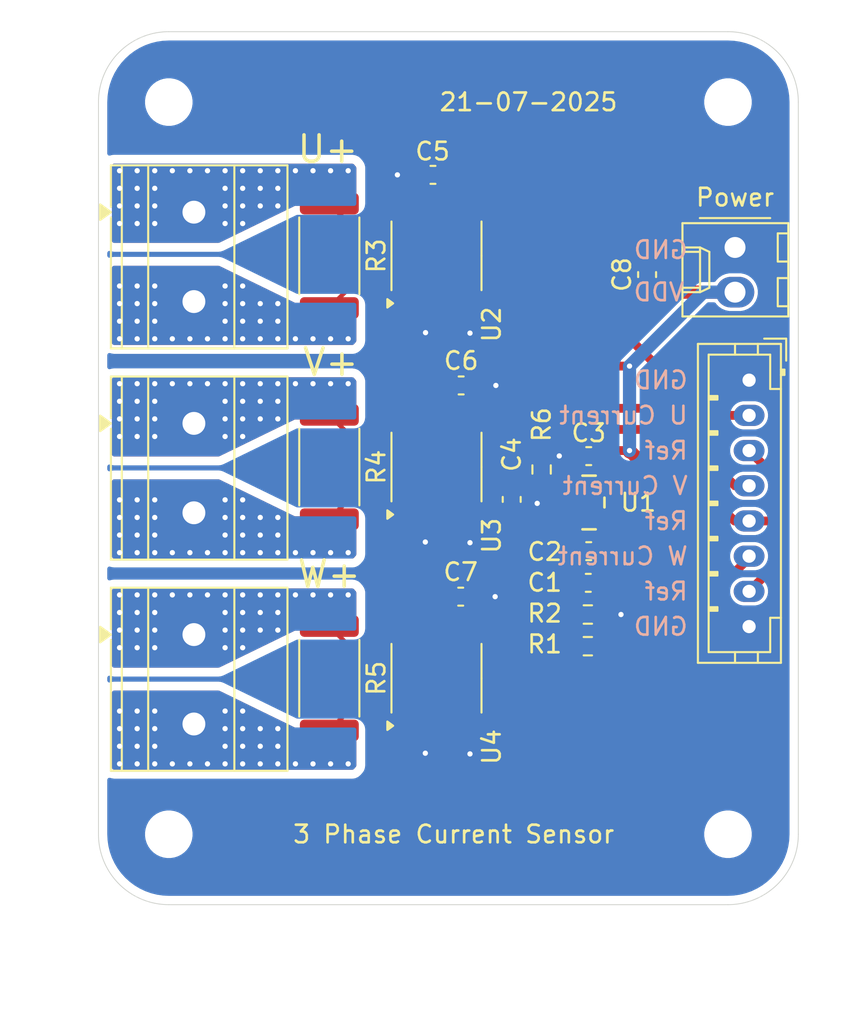
<source format=kicad_pcb>
(kicad_pcb (version 20241229) (generator "pcbnew") (generator_version "9.0")
  (layers (0 "F.Cu" signal) (2 "B.Cu" signal) (13 "F.Paste" user) (15 "B.Paste" user) (5 "F.SilkS" user "F.Silkscreen") (7 "B.SilkS" user "B.Silkscreen") (1 "F.Mask" user) (3 "B.Mask" user) (25 "Edge.Cuts" user))
  (net 0 "")
  (net 1 "GND")
  (net 2 "+3V3")
  (net 3 "OUT_V_+")
  (net 4 "OUT_U_+")
  (net 5 "OUT_W_+")
  (net 6 "/Sensor U/IN_-")
  (net 7 "/Sensor U/IN_+")
  (net 8 "/Sensor V/IN_-")
  (net 9 "/Sensor V/IN_+")
  (net 10 "/Sensor W/IN_-")
  (net 11 "/Sensor W/IN_+")
  (net 12 "Net-(U1-IN+)")
  (net 13 "REF_OUT")
  (net 14 "Net-(U1-IN-)")
  (footprint "Capacitor_SMD:C_0603_1608Metric" (layer "F.Cu") (at 87 52 90)
    (property "Reference" "C8" (at 0 -1.43 90) (layer "F.SilkS"))
    (property "Value" "10uF")
    (pad "1" smd roundrect (at -0.775 0 90) (size 0.9 0.95) (layers "F.Cu" "F.Mask" "F.Paste") (net 2 "+3V3"))
    (pad "2" smd roundrect (at 0.775 0 90) (size 0.9 0.95) (layers "F.Cu" "F.Mask" "F.Paste") (net 1 "GND"))
  )
  (footprint "TerminalBlock_Phoenix:TerminalBlock_Phoenix_MKDS-1,5-2-5.08_1x02_P5.08mm_Horizontal" (layer "F.Cu") (at 61.2275 48.455 -90)
    (property "Reference" "J2" (hide yes))
    (property "Value" "Conn_01x02")
    (pad "1" thru_hole roundrect (at 0 0 270) (size 2.6 2.6) (drill 1.3) (layers "*.Cu" "*.Mask") (roundrect_rratio 0.096154) (net 7 "/Sensor U/IN_+"))
    (pad "2" thru_hole circle (at 5.08 0 270) (size 2.6 2.6) (drill 1.3) (layers "*.Cu" "*.Mask") (net 6 "/Sensor U/IN_-"))
  )
  (footprint "Capacitor_SMD:C_0603_1608Metric" (layer "F.Cu") (at 83.679999 62.315 180)
    (property "Reference" "C3" (at 0 1.315 0) (layer "F.SilkS"))
    (property "Value" "0.1uF")
    (pad "1" smd roundrect (at -0.775 0 180) (size 0.9 0.95) (layers "F.Cu" "F.Mask" "F.Paste") (net 2 "+3V3"))
    (pad "2" smd roundrect (at 0.775 0 180) (size 0.9 0.95) (layers "F.Cu" "F.Mask" "F.Paste") (net 1 "GND"))
  )
  (footprint "MountingHole:MountingHole_2.2mm_M2" (layer "F.Cu") (at 91.6 83.8)
    (property "Reference" "H2" (hide yes))
    (property "Value" "MountingHole")
    (pad "" np_thru_hole circle (at 0 0) (size 2.2 2.2) (drill 2.2) (layers "*.Cu" "*.Mask"))
  )
  (footprint "Package_SO:SOIC-8_3.9x4.9mm_P1.27mm" (layer "F.Cu") (at 75.0225 62.935 90)
    (property "Reference" "U3" (at -3.9 3.1375 90) (layer "F.SilkS"))
    (property "Value" "INA241A2IDR")
    (pad "1" smd roundrect (at -2.475 -1.905 90) (size 1.95 0.6) (layers "F.Cu" "F.Mask" "F.Paste") (net 8 "/Sensor V/IN_-"))
    (pad "2" smd roundrect (at -2.475 -0.635 90) (size 1.95 0.6) (layers "F.Cu" "F.Mask" "F.Paste") (net 1 "GND"))
    (pad "3" smd roundrect (at -2.475 0.635 90) (size 1.95 0.6) (layers "F.Cu" "F.Mask" "F.Paste") (net 13 "REF_OUT"))
    (pad "4" smd roundrect (at -2.475 1.905 90) (size 1.95 0.6) (layers "F.Cu" "F.Mask" "F.Paste") (net 1 "GND"))
    (pad "5" smd roundrect (at 2.475 1.905 90) (size 1.95 0.6) (layers "F.Cu" "F.Mask" "F.Paste") (net 3 "OUT_V_+"))
    (pad "6" smd roundrect (at 2.475 0.635 90) (size 1.95 0.6) (layers "F.Cu" "F.Mask" "F.Paste") (net 2 "+3V3"))
    (pad "7" smd roundrect (at 2.475 -0.635 90) (size 1.95 0.6) (layers "F.Cu" "F.Mask" "F.Paste") (net 13 "REF_OUT"))
    (pad "8" smd roundrect (at 2.475 -1.905 90) (size 1.95 0.6) (layers "F.Cu" "F.Mask" "F.Paste") (net 9 "/Sensor V/IN_+"))
  )
  (footprint "Capacitor_SMD:C_0603_1608Metric" (layer "F.Cu") (at 76.4 70.3)
    (property "Reference" "C7" (at 0 -1.4 0) (layer "F.SilkS"))
    (property "Value" "0.1uF")
    (pad "1" smd roundrect (at -0.775 0) (size 0.9 0.95) (layers "F.Cu" "F.Mask" "F.Paste") (net 2 "+3V3"))
    (pad "2" smd roundrect (at 0.775 0) (size 0.9 0.95) (layers "F.Cu" "F.Mask" "F.Paste") (net 1 "GND"))
  )
  (footprint "Connector_Molex:Molex_KK-254_AE-6410-02A_1x02_P2.54mm_Vertical" (layer "F.Cu") (at 92 50.46 -90)
    (property "Reference" "J5" (hide yes))
    (property "Value" "Power")
    (pad "1" thru_hole roundrect (at 0 0 270) (size 1.74 2.19) (drill 1.19) (layers "*.Cu" "*.Mask") (roundrect_rratio 0.143678) (net 1 "GND"))
    (pad "2" thru_hole oval (at 2.54 0 270) (size 1.74 2.19) (drill 1.19) (layers "*.Cu" "*.Mask") (net 2 "+3V3"))
  )
  (footprint "Package_SO:SOIC-8_3.9x4.9mm_P1.27mm" (layer "F.Cu") (at 75.0225 50.935 90)
    (property "Reference" "U2" (at -3.9 3.1375 90) (layer "F.SilkS"))
    (property "Value" "INA241A2IDR")
    (pad "1" smd roundrect (at -2.475 -1.905 90) (size 1.95 0.6) (layers "F.Cu" "F.Mask" "F.Paste") (net 6 "/Sensor U/IN_-"))
    (pad "2" smd roundrect (at -2.475 -0.635 90) (size 1.95 0.6) (layers "F.Cu" "F.Mask" "F.Paste") (net 1 "GND"))
    (pad "3" smd roundrect (at -2.475 0.635 90) (size 1.95 0.6) (layers "F.Cu" "F.Mask" "F.Paste") (net 13 "REF_OUT"))
    (pad "4" smd roundrect (at -2.475 1.905 90) (size 1.95 0.6) (layers "F.Cu" "F.Mask" "F.Paste") (net 1 "GND"))
    (pad "5" smd roundrect (at 2.475 1.905 90) (size 1.95 0.6) (layers "F.Cu" "F.Mask" "F.Paste") (net 4 "OUT_U_+"))
    (pad "6" smd roundrect (at 2.475 0.635 90) (size 1.95 0.6) (layers "F.Cu" "F.Mask" "F.Paste") (net 2 "+3V3"))
    (pad "7" smd roundrect (at 2.475 -0.635 90) (size 1.95 0.6) (layers "F.Cu" "F.Mask" "F.Paste") (net 13 "REF_OUT"))
    (pad "8" smd roundrect (at 2.475 -1.905 90) (size 1.95 0.6) (layers "F.Cu" "F.Mask" "F.Paste") (net 7 "/Sensor U/IN_+"))
  )
  (footprint "Capacitor_SMD:C_0603_1608Metric" (layer "F.Cu") (at 83.654999 69.515)
    (property "Reference" "C1" (at -1.404999 -0.015 0) (layer "F.SilkS") (effects (justify right)))
    (property "Value" "10uF")
    (pad "1" smd roundrect (at -0.775 0) (size 0.9 0.95) (layers "F.Cu" "F.Mask" "F.Paste") (net 12 "Net-(U1-IN+)"))
    (pad "2" smd roundrect (at 0.775 0) (size 0.9 0.95) (layers "F.Cu" "F.Mask" "F.Paste") (net 1 "GND"))
  )
  (footprint "Capacitor_SMD:C_0603_1608Metric" (layer "F.Cu") (at 83.679999 67.715)
    (property "Reference" "C2" (at -1.429999 0.035 0) (layer "F.SilkS") (effects (justify right)))
    (property "Value" "10nF")
    (pad "1" smd roundrect (at -0.775 0) (size 0.9 0.95) (layers "F.Cu" "F.Mask" "F.Paste") (net 12 "Net-(U1-IN+)"))
    (pad "2" smd roundrect (at 0.775 0) (size 0.9 0.95) (layers "F.Cu" "F.Mask" "F.Paste") (net 1 "GND"))
  )
  (footprint "Connector_JST:JST_PH_B8B-PH-K_1x08_P2.00mm_Vertical" (layer "F.Cu") (at 92.8 58 -90)
    (property "Reference" "J1" (hide yes))
    (property "Value" "Current Sense Out")
    (pad "1" thru_hole roundrect (at 0 0 270) (size 1.2 1.75) (drill 0.75) (layers "*.Cu" "*.Mask") (roundrect_rratio 0.208333) (net 1 "GND"))
    (pad "2" thru_hole oval (at 2 0 270) (size 1.2 1.75) (drill 0.75) (layers "*.Cu" "*.Mask") (net 4 "OUT_U_+"))
    (pad "3" thru_hole oval (at 4 0 270) (size 1.2 1.75) (drill 0.75) (layers "*.Cu" "*.Mask") (net 13 "REF_OUT"))
    (pad "4" thru_hole oval (at 6 0 270) (size 1.2 1.75) (drill 0.75) (layers "*.Cu" "*.Mask") (net 3 "OUT_V_+"))
    (pad "5" thru_hole oval (at 8 0 270) (size 1.2 1.75) (drill 0.75) (layers "*.Cu" "*.Mask") (net 13 "REF_OUT"))
    (pad "6" thru_hole oval (at 10 0 270) (size 1.2 1.75) (drill 0.75) (layers "*.Cu" "*.Mask") (net 5 "OUT_W_+"))
    (pad "7" thru_hole oval (at 12 0 270) (size 1.2 1.75) (drill 0.75) (layers "*.Cu" "*.Mask") (net 13 "REF_OUT"))
    (pad "8" thru_hole oval (at 14 0 270) (size 1.2 1.75) (drill 0.75) (layers "*.Cu" "*.Mask") (net 1 "GND"))
  )
  (footprint "Resistor_SMD:R_2512_6332Metric" (layer "F.Cu") (at 68.9275 62.935 -90)
    (property "Reference" "R4" (at 0 -2.6725 90) (layer "F.SilkS"))
    (property "Value" "5m")
    (pad "1" smd roundrect (at -2.9625 0 270) (size 1.225 3.35) (layers "F.Cu" "F.Mask" "F.Paste") (roundrect_rratio 0.204082) (net 9 "/Sensor V/IN_+"))
    (pad "2" smd roundrect (at 2.9625 0 270) (size 1.225 3.35) (layers "F.Cu" "F.Mask" "F.Paste") (roundrect_rratio 0.204082) (net 8 "/Sensor V/IN_-"))
  )
  (footprint "MountingHole:MountingHole_2.2mm_M2" (layer "F.Cu") (at 59.8 83.8)
    (property "Reference" "H4" (hide yes))
    (property "Value" "MountingHole")
    (pad "" np_thru_hole circle (at 0 0) (size 2.2 2.2) (drill 2.2) (layers "*.Cu" "*.Mask"))
  )
  (footprint "Capacitor_SMD:C_0603_1608Metric" (layer "F.Cu") (at 76.425 58.3)
    (property "Reference" "C6" (at 0 -1.4 0) (layer "F.SilkS"))
    (property "Value" "0.1uF")
    (pad "1" smd roundrect (at -0.775 0) (size 0.9 0.95) (layers "F.Cu" "F.Mask" "F.Paste") (net 2 "+3V3"))
    (pad "2" smd roundrect (at 0.775 0) (size 0.9 0.95) (layers "F.Cu" "F.Mask" "F.Paste") (net 1 "GND"))
  )
  (footprint "Resistor_SMD:R_0603_1608Metric" (layer "F.Cu") (at 81 63.075 -90)
    (property "Reference" "R6" (at -1.475 0 90) (layer "F.SilkS") (effects (justify left)))
    (property "Value" "50")
    (pad "1" smd roundrect (at -0.825 0 270) (size 0.8 0.95) (layers "F.Cu" "F.Mask" "F.Paste") (net 13 "REF_OUT"))
    (pad "2" smd roundrect (at 0.825 0 270) (size 0.8 0.95) (layers "F.Cu" "F.Mask" "F.Paste") (net 14 "Net-(U1-IN-)"))
  )
  (footprint "Resistor_SMD:R_0603_1608Metric" (layer "F.Cu") (at 83.629999 71.315 180)
    (property "Reference" "R2" (at 1.379999 0.065 0) (layer "F.SilkS") (effects (justify right)))
    (property "Value" "10k")
    (pad "1" smd roundrect (at -0.825 0 180) (size 0.8 0.95) (layers "F.Cu" "F.Mask" "F.Paste") (net 1 "GND"))
    (pad "2" smd roundrect (at 0.825 0 180) (size 0.8 0.95) (layers "F.Cu" "F.Mask" "F.Paste") (net 12 "Net-(U1-IN+)"))
  )
  (footprint "TLV9151:DBV0005A-MFG" (layer "F.Cu") (at 83.7 64.950001)
    (property "Reference" "U1" (at 2.8 0 0) (layer "F.SilkS"))
    (property "Value" "LMV796MFX")
    (pad "1" smd rect (at -1.3 -0.950001) (size 1.1 0.599999) (layers "F.Cu" "F.Mask" "F.Paste") (net 14 "Net-(U1-IN-)"))
    (pad "2" smd rect (at -1.3 0) (size 1.1 0.599999) (layers "F.Cu" "F.Mask" "F.Paste") (net 1 "GND"))
    (pad "3" smd rect (at -1.3 0.950001) (size 1.1 0.599999) (layers "F.Cu" "F.Mask" "F.Paste") (net 12 "Net-(U1-IN+)"))
    (pad "4" smd rect (at 1.3 0.950001) (size 1.1 0.599999) (layers "F.Cu" "F.Mask" "F.Paste") (net 14 "Net-(U1-IN-)"))
    (pad "5" smd rect (at 1.3 -0.950001) (size 1.1 0.599999) (layers "F.Cu" "F.Mask" "F.Paste") (net 2 "+3V3"))
  )
  (footprint "TerminalBlock_Phoenix:TerminalBlock_Phoenix_MKDS-1,5-2-5.08_1x02_P5.08mm_Horizontal" (layer "F.Cu") (at 61.2275 60.455 -90)
    (property "Reference" "J3" (hide yes))
    (property "Value" "Conn_01x02")
    (pad "1" thru_hole roundrect (at 0 0 270) (size 2.6 2.6) (drill 1.3) (layers "*.Cu" "*.Mask") (roundrect_rratio 0.096154) (net 9 "/Sensor V/IN_+"))
    (pad "2" thru_hole circle (at 5.08 0 270) (size 2.6 2.6) (drill 1.3) (layers "*.Cu" "*.Mask") (net 8 "/Sensor V/IN_-"))
  )
  (footprint "Resistor_SMD:R_2512_6332Metric" (layer "F.Cu") (at 68.9275 50.935 -90)
    (property "Reference" "R3" (at 0 -2.6725 90) (layer "F.SilkS"))
    (property "Value" "5m")
    (pad "1" smd roundrect (at -2.9625 0 270) (size 1.225 3.35) (layers "F.Cu" "F.Mask" "F.Paste") (roundrect_rratio 0.204082) (net 7 "/Sensor U/IN_+"))
    (pad "2" smd roundrect (at 2.9625 0 270) (size 1.225 3.35) (layers "F.Cu" "F.Mask" "F.Paste") (roundrect_rratio 0.204082) (net 6 "/Sensor U/IN_-"))
  )
  (footprint "MountingHole:MountingHole_2.2mm_M2" (layer "F.Cu") (at 59.8 42.2)
    (property "Reference" "H3" (hide yes))
    (property "Value" "MountingHole")
    (pad "" np_thru_hole circle (at 0 0) (size 2.2 2.2) (drill 2.2) (layers "*.Cu" "*.Mask"))
  )
  (footprint "MountingHole:MountingHole_2.2mm_M2" (layer "F.Cu") (at 91.6 42.2)
    (property "Reference" "H1" (hide yes))
    (property "Value" "MountingHole")
    (pad "" np_thru_hole circle (at 0 0) (size 2.2 2.2) (drill 2.2) (layers "*.Cu" "*.Mask"))
  )
  (footprint "Resistor_SMD:R_2512_6332Metric" (layer "F.Cu") (at 68.9275 74.935 -90)
    (property "Reference" "R5" (at 0 -2.6725 90) (layer "F.SilkS"))
    (property "Value" "5m")
    (pad "1" smd roundrect (at -2.9625 0 270) (size 1.225 3.35) (layers "F.Cu" "F.Mask" "F.Paste") (roundrect_rratio 0.204082) (net 11 "/Sensor W/IN_+"))
    (pad "2" smd roundrect (at 2.9625 0 270) (size 1.225 3.35) (layers "F.Cu" "F.Mask" "F.Paste") (roundrect_rratio 0.204082) (net 10 "/Sensor W/IN_-"))
  )
  (footprint "TerminalBlock_Phoenix:TerminalBlock_Phoenix_MKDS-1,5-2-5.08_1x02_P5.08mm_Horizontal" (layer "F.Cu") (at 61.2275 72.455 -90)
    (property "Reference" "J4" (hide yes))
    (property "Value" "Conn_01x02")
    (pad "1" thru_hole roundrect (at 0 0 270) (size 2.6 2.6) (drill 1.3) (layers "*.Cu" "*.Mask") (roundrect_rratio 0.096154) (net 11 "/Sensor W/IN_+"))
    (pad "2" thru_hole circle (at 5.08 0 270) (size 2.6 2.6) (drill 1.3) (layers "*.Cu" "*.Mask") (net 10 "/Sensor W/IN_-"))
  )
  (footprint "Capacitor_SMD:C_0603_1608Metric" (layer "F.Cu") (at 74.8225 46.335 180)
    (property "Reference" "C5" (at 0.0225 1.335 0) (layer "F.SilkS"))
    (property "Value" "0.1uF")
    (pad "1" smd roundrect (at -0.775 0 180) (size 0.9 0.95) (layers "F.Cu" "F.Mask" "F.Paste") (net 2 "+3V3"))
    (pad "2" smd roundrect (at 0.775 0 180) (size 0.9 0.95) (layers "F.Cu" "F.Mask" "F.Paste") (net 1 "GND"))
  )
  (footprint "Package_SO:SOIC-8_3.9x4.9mm_P1.27mm" (layer "F.Cu") (at 75.0225 74.935 90)
    (property "Reference" "U4" (at -3.9 3.1375 90) (layer "F.SilkS"))
    (property "Value" "INA241A2IDR")
    (pad "1" smd roundrect (at -2.475 -1.905 90) (size 1.95 0.6) (layers "F.Cu" "F.Mask" "F.Paste") (net 10 "/Sensor W/IN_-"))
    (pad "2" smd roundrect (at -2.475 -0.635 90) (size 1.95 0.6) (layers "F.Cu" "F.Mask" "F.Paste") (net 1 "GND"))
    (pad "3" smd roundrect (at -2.475 0.635 90) (size 1.95 0.6) (layers "F.Cu" "F.Mask" "F.Paste") (net 13 "REF_OUT"))
    (pad "4" smd roundrect (at -2.475 1.905 90) (size 1.95 0.6) (layers "F.Cu" "F.Mask" "F.Paste") (net 1 "GND"))
    (pad "5" smd roundrect (at 2.475 1.905 90) (size 1.95 0.6) (layers "F.Cu" "F.Mask" "F.Paste") (net 5 "OUT_W_+"))
    (pad "6" smd roundrect (at 2.475 0.635 90) (size 1.95 0.6) (layers "F.Cu" "F.Mask" "F.Paste") (net 2 "+3V3"))
    (pad "7" smd roundrect (at 2.475 -0.635 90) (size 1.95 0.6) (layers "F.Cu" "F.Mask" "F.Paste") (net 13 "REF_OUT"))
    (pad "8" smd roundrect (at 2.475 -1.905 90) (size 1.95 0.6) (layers "F.Cu" "F.Mask" "F.Paste") (net 11 "/Sensor W/IN_+"))
  )
  (footprint "Capacitor_SMD:C_0603_1608Metric" (layer "F.Cu") (at 79.3 64.775 -90)
    (property "Reference" "C4" (at -1.475 0 90) (layer "F.SilkS") (effects (justify left)))
    (property "Value" "0.1uF")
    (pad "1" smd roundrect (at -0.775 0 270) (size 0.9 0.95) (layers "F.Cu" "F.Mask" "F.Paste") (net 13 "REF_OUT"))
    (pad "2" smd roundrect (at 0.775 0 270) (size 0.9 0.95) (layers "F.Cu" "F.Mask" "F.Paste") (net 1 "GND"))
  )
  (footprint "Resistor_SMD:R_0603_1608Metric" (layer "F.Cu") (at 83.629999 73.115)
    (property "Reference" "R1" (at -1.379999 -0.115 0) (layer "F.SilkS") (effects (justify right)))
    (property "Value" "10k")
    (pad "1" smd roundrect (at -0.825 0) (size 0.8 0.95) (layers "F.Cu" "F.Mask" "F.Paste") (net 12 "Net-(U1-IN+)"))
    (pad "2" smd roundrect (at 0.825 0) (size 0.8 0.95) (layers "F.Cu" "F.Mask" "F.Paste") (net 2 "+3V3"))
  )
  (gr_line (start 91.6 87.8) (end 59.8 87.8) (stroke (width 0.05)) (layer "Edge.Cuts"))
  (gr_line (start 55.8 83.8) (end 55.8 42.2) (stroke (width 0.05)) (layer "Edge.Cuts"))
  (gr_arc (start 55.8 42.2) (mid 56.971573 39.371573) (end 59.8 38.2) (stroke (width 0.05)) (layer "Edge.Cuts"))
  (gr_line (start 95.6 42.2) (end 95.6 83.8) (stroke (width 0.05)) (layer "Edge.Cuts"))
  (gr_arc (start 59.8 87.8) (mid 56.971573 86.628427) (end 55.8 83.8) (stroke (width 0.05)) (layer "Edge.Cuts"))
  (gr_arc (start 95.6 83.8) (mid 94.428427 86.628427) (end 91.6 87.8) (stroke (width 0.05)) (layer "Edge.Cuts"))
  (gr_line (start 59.8 38.2) (end 91.6 38.2) (stroke (width 0.05)) (layer "Edge.Cuts"))
  (gr_arc (start 91.6 38.2) (mid 94.428427 39.371573) (end 95.6 42.2) (stroke (width 0.05)) (layer "Edge.Cuts"))
  (gr_text "21-07-2025" (at 85.4 42.2 0) (layer "F.SilkS") (effects (font (size 1 1)) (justify right)))
  (gr_text "V+" (at 67.3 56.1 0) (layer "F.SilkS") (effects (font (size 1.5 1.5) (thickness 0.2)) (justify left top)))
  (gr_text "U+" (at 67 44 0) (layer "F.SilkS") (effects (font (size 1.5 1.5) (thickness 0.2)) (justify left top)))
  (gr_text "Power" (at 92 48.2 0) (layer "F.SilkS") (effects (font (size 1 1)) (justify bottom)))
  (gr_text "3 Phase Current Sensor" (at 76 83.8 0) (layer "F.SilkS") (effects (font (size 1 1))))
  (gr_text "W+" (at 67 69.9 0) (layer "F.SilkS") (effects (font (size 1.5 1.5) (thickness 0.2)) (justify left bottom)))
  (gr_text "VDD" (at 89.2 53 0) (layer "B.SilkS") (effects (font (size 1 1)) (justify left mirror)))
  (gr_text "Ref" (at 89.4 70 0) (layer "B.SilkS") (effects (font (size 1 1)) (justify left mirror)))
  (gr_text "V Current" (at 89.4 64 0) (layer "B.SilkS") (effects (font (size 1 1)) (justify left mirror)))
  (gr_text "W Current" (at 89.4 68 0) (layer "B.SilkS") (effects (font (size 1 1)) (justify left mirror)))
  (gr_text "Ref" (at 89.4 62 0) (layer "B.SilkS") (effects (font (size 1 1)) (justify left mirror)))
  (gr_text "Ref" (at 89.4 66 0) (layer "B.SilkS") (effects (font (size 1 1)) (justify left mirror)))
  (gr_text "U Current" (at 89.4 60 0) (layer "B.SilkS") (effects (font (size 1 1)) (justify left mirror)))
  (gr_text "GND" (at 89.4 58 0) (layer "B.SilkS") (effects (font (size 1 1)) (justify left mirror)))
  (gr_text "GND" (at 89.4 50.6 0) (layer "B.SilkS") (effects (font (size 1 1)) (justify left mirror)))
  (gr_text "GND" (at 89.4 72 0) (layer "B.SilkS") (effects (font (size 1 1)) (justify left mirror)))
  (segment (start 82.879999 62.34) (end 82.904999 62.315) (width 0.5) (layer "F.Cu") (net 1))
  (segment (start 76.9275 55.3275) (end 76.9275 53.41) (width 0.5) (layer "F.Cu") (net 1))
  (segment (start 84.454999 71.315) (end 84.454999 69.54) (width 0.5) (layer "F.Cu") (net 1))
  (segment (start 92 50.46) (end 87.765 50.46) (width 0.75) (layer "F.Cu") (net 1))
  (segment (start 84.454999 71.315) (end 85.515 71.315) (width 0.5) (layer "F.Cu") (net 1))
  (segment (start 77.2 58.3) (end 78.4 58.3) (width 0.5) (layer "F.Cu") (net 1))
  (segment (start 80.799999 64.950001) (end 80.75 65) (width 0.5) (layer "F.Cu") (net 1))
  (segment (start 84.454999 69.54) (end 84.429999 69.515) (width 0.5) (layer "F.Cu") (net 1))
  (segment (start 79.3 65.55) (end 80.2 65.55) (width 0.5) (layer "F.Cu") (net 1))
  (segment (start 82.4 64.950001) (end 80.799999 64.950001) (width 0.5) (layer "F.Cu") (net 1))
  (segment (start 74.3875 79.195) (end 74.3875 77.41) (width 0.5) (layer "F.Cu") (net 1))
  (segment (start 76.9275 67.235) (end 76.9275 65.41) (width 0.5) (layer "F.Cu") (net 1))
  (segment (start 74.3875 67.195) (end 74.3875 65.41) (width 0.5) (layer "F.Cu") (net 1))
  (segment (start 80.2 65.55) (end 80.75 65) (width 0.5) (layer "F.Cu") (net 1))
  (segment (start 87.765 50.46) (end 87 51.225) (width 0.75) (layer "F.Cu") (net 1))
  (segment (start 74.0475 46.335) (end 72.8 46.335) (width 0.5) (layer "F.Cu") (net 1))
  (segment (start 74.3875 53.41) (end 74.3875 55.2875) (width 0.5) (layer "F.Cu") (net 1))
  (segment (start 84.454999 69.49) (end 84.429999 69.515) (width 0.381) (layer "F.Cu") (net 1))
  (segment (start 76.9275 79.235) (end 76.9275 77.41) (width 0.5) (layer "F.Cu") (net 1))
  (segment (start 82.015 62.315) (end 82.005331 62.305331) (width 0.5) (layer "F.Cu") (net 1))
  (segment (start 74.3875 55.2875) (end 74.4 55.3) (width 0.5) (layer "F.Cu") (net 1))
  (segment (start 84.429999 69.515) (end 84.429999 67.74) (width 0.5) (layer "F.Cu") (net 1))
  (segment (start 82.904999 62.315) (end 82.015 62.315) (width 0.5) (layer "F.Cu") (net 1))
  (segment (start 84.429999 67.74) (end 84.454999 67.715) (width 0.5) (layer "F.Cu") (net 1))
  (segment (start 78.3575 70.3) (end 77.175 70.3) (width 0.5) (layer "F.Cu") (net 1))
  (via (at 76.9275 55.3275) (size 0.6) (drill 0.3) (layers "F.Cu" "B.Cu") (net 1))
  (via (at 85.515 71.315) (size 0.6) (drill 0.3) (layers "F.Cu" "B.Cu") (net 1))
  (via (at 78.4 58.3) (size 0.6) (drill 0.3) (layers "F.Cu" "B.Cu") (net 1))
  (via (at 78.3575 70.3) (size 0.6) (drill 0.3) (layers "F.Cu" "B.Cu") (net 1))
  (via (at 82.005331 62.305331) (size 0.6) (drill 0.3) (layers "F.Cu" "B.Cu") (net 1))
  (via (at 72.8 46.335) (size 0.6) (drill 0.3) (layers "F.Cu" "B.Cu") (net 1))
  (via (at 76.9275 79.235) (size 0.6) (drill 0.3) (layers "F.Cu" "B.Cu") (net 1))
  (via (at 74.4 55.3) (size 0.6) (drill 0.3) (layers "F.Cu" "B.Cu") (net 1))
  (via (at 74.3875 67.195) (size 0.6) (drill 0.3) (layers "F.Cu" "B.Cu") (net 1))
  (via (at 74.3875 79.195) (size 0.6) (drill 0.3) (layers "F.Cu" "B.Cu") (net 1))
  (via (at 76.9275 67.235) (size 0.6) (drill 0.3) (layers "F.Cu" "B.Cu") (net 1))
  (via (at 80.75 65) (size 0.6) (drill 0.3) (layers "F.Cu" "B.Cu") (net 1))
  (segment (start 80.8966 73.4966) (end 80.8966 71.686812) (width 0.5) (layer "F.Cu") (net 2))
  (segment (start 75.625 70.3) (end 75.625 72.4275) (width 0.5) (layer "F.Cu") (net 2))
  (segment (start 86.975 52.775) (end 80.535 46.335) (width 0.5) (layer "F.Cu") (net 2))
  (segment (start 75.5975 72.4) (end 75.6575 72.46) (width 0.5) (layer "F.Cu") (net 2))
  (segment (start 86 57.2) (end 76.75 57.2) (width 0.5) (layer "F.Cu") (net 2))
  (segment (start 75.5975 46.335) (end 75.5975 48.4) (width 0.5) (layer "F.Cu") (net 2))
  (segment (start 87 53) (end 87.225 52.775) (width 0.5) (layer "F.Cu") (net 2))
  (segment (start 75.5975 48.4) (end 75.6575 48.46) (width 0.5) (layer "F.Cu") (net 2))
  (segment (start 85.085 73.115) (end 87 71.2) (width 0.75) (layer "F.Cu") (net 2))
  (segment (start 86 62) (end 84.769999 62) (width 0.5) (layer "F.Cu") (net 2))
  (segment (start 78.509788 69.3) (end 76.625 69.3) (width 0.5) (layer "F.Cu") (net 2))
  (segment (start 75.65 60.4525) (end 75.6575 60.46) (width 0.5) (layer "F.Cu") (net 2))
  (segment (start 75.5975 60.4) (end 75.6575 60.46) (width 0.5) (layer "F.Cu") (net 2))
  (segment (start 84.454999 73.115) (end 82.969999 74.6) (width 0.5) (layer "F.Cu") (net 2))
  (segment (start 84.769999 62) (end 84.454999 62.315) (width 0.5) (layer "F.Cu") (net 2))
  (segment (start 84.454999 62.315) (end 84.454999 63.454999) (width 0.5) (layer "F.Cu") (net 2))
  (segment (start 80.535 46.335) (end 75.5975 46.335) (width 0.5) (layer "F.Cu") (net 2))
  (segment (start 82 74.6) (end 80.8966 73.4966) (width 0.5) (layer "F.Cu") (net 2))
  (segment (start 87 63) (end 86.075 62.075) (width 0.75) (layer "F.Cu") (net 2))
  (segment (start 80.8966 71.686812) (end 78.509788 69.3) (width 0.5) (layer "F.Cu") (net 2))
  (segment (start 87 71.2) (end 87 63) (width 0.75) (layer "F.Cu") (net 2))
  (segment (start 76.625 69.3) (end 75.625 70.3) (width 0.5) (layer "F.Cu") (net 2))
  (segment (start 75.65 58.3) (end 75.65 60.4525) (width 0.5) (layer "F.Cu") (net 2))
  (segment (start 87.225 53) (end 87 52.775) (width 0.75) (layer "F.Cu") (net 2))
  (segment (start 87 52.775) (end 87 53) (width 0.5) (layer "F.Cu") (net 2))
  (segment (start 76.75 57.2) (end 75.65 58.3) (width 0.5) (layer "F.Cu") (net 2))
  (segment (start 86.075 62.075) (end 86 62.075) (width 0.75) (layer "F.Cu") (net 2))
  (segment (start 92 53) (end 87.225 53) (width 0.75) (layer "F.Cu") (net 2))
  (segment (start 87 52.775) (end 86.975 52.775) (width 0.5) (layer "F.Cu") (net 2))
  (segment (start 84.454999 63.454999) (end 85 64) (width 0.5) (layer "F.Cu") (net 2))
  (segment (start 84.454999 73.115) (end 85.085 73.115) (width 0.75) (layer "F.Cu") (net 2))
  (segment (start 82.969999 74.6) (end 82 74.6) (width 0.5) (layer "F.Cu") (net 2))
  (segment (start 75.625 72.4275) (end 75.6575 72.46) (width 0.5) (layer "F.Cu") (net 2))
  (via (at 86 62) (size 0.6) (drill 0.3) (layers "F.Cu" "B.Cu") (net 2))
  (via (at 86 57.2) (size 0.6) (drill 0.3) (layers "F.Cu" "B.Cu") (net 2))
  (segment (start 90.2 53) (end 92 53) (width 0.75) (layer "B.Cu") (net 2))
  (segment (start 86 57.2) (end 90.2 53) (width 0.75) (layer "B.Cu") (net 2))
  (segment (start 86 62) (end 86 57.2) (width 0.75) (layer "B.Cu") (net 2))
  (segment (start 76.9275 60.46) (end 77.7875 59.6) (width 0.5) (layer "F.Cu") (net 3))
  (segment (start 87.6 59.6) (end 92 64) (width 0.5) (layer "F.Cu") (net 3))
  (segment (start 92 64) (end 92.8 64) (width 0.5) (layer "F.Cu") (net 3))
  (segment (start 77.7875 59.6) (end 87.6 59.6) (width 0.5) (layer "F.Cu") (net 3))
  (segment (start 76.9275 48.897074) (end 76.9275 48.46) (width 0.5) (layer "F.Cu") (net 4))
  (segment (start 78.82814 48.46) (end 90.36814 60) (width 0.5) (layer "F.Cu") (net 4))
  (segment (start 90.36814 60) (end 92.8 60) (width 0.5) (layer "F.Cu") (net 4))
  (segment (start 76.9275 48.46) (end 78.82814 48.46) (width 0.5) (layer "F.Cu") (net 4))
  (segment (start 92.8 68.1) (end 92.8 68) (width 0.5) (layer "F.Cu") (net 5))
  (segment (start 84.7 76.2) (end 92.8 68.1) (width 0.5) (layer "F.Cu") (net 5))
  (segment (start 76.9275 72.46) (end 80.6675 76.2) (width 0.5) (layer "F.Cu") (net 5))
  (segment (start 80.6675 76.2) (end 84.7 76.2) (width 0.5) (layer "F.Cu") (net 5))
  (segment (start 72.5075 52.8) (end 73.1175 53.41) (width 0.25) (layer "F.Cu") (net 6))
  (segment (start 68.9275 53.8975) (end 70.025 52.8) (width 0.25) (layer "F.Cu") (net 6))
  (segment (start 70.025 52.8) (end 72.5075 52.8) (width 0.25) (layer "F.Cu") (net 6))
  (via (at 60 55.65) (size 0.6) (drill 0.3) (layers "F.Cu" "B.Cu") (net 6))
  (via (at 57 54.65) (size 0.6) (drill 0.3) (layers "F.Cu" "B.Cu") (net 6))
  (via (at 65 53.65) (size 0.6) (drill 0.3) (layers "F.Cu" "B.Cu") (net 6))
  (via (at 64 53.65) (size 0.6) (drill 0.3) (layers "F.Cu" "B.Cu") (net 6))
  (via (at 59 55.65) (size 0.6) (drill 0.3) (layers "F.Cu" "B.Cu") (net 6))
  (via (at 59 54.65) (size 0.6) (drill 0.3) (layers "F.Cu" "B.Cu") (net 6))
  (via (at 58 53.65) (size 0.6) (drill 0.3) (layers "F.Cu" "B.Cu") (net 6))
  (via (at 66 54.65) (size 0.6) (drill 0.3) (layers "F.Cu" "B.Cu") (net 6))
  (via (at 64 52.65) (size 0.6) (drill 0.3) (layers "F.Cu" "B.Cu") (net 6))
  (via (at 58 54.65) (size 0.6) (drill 0.3) (layers "F.Cu" "B.Cu") (net 6))
  (via (at 63 54.65) (size 0.6) (drill 0.3) (layers "F.Cu" "B.Cu") (net 6))
  (via (at 66 55.65) (size 0.6) (drill 0.3) (layers "F.Cu" "B.Cu") (net 6))
  (via (at 63 52.65) (size 0.6) (drill 0.3) (layers "F.Cu" "B.Cu") (net 6))
  (via (at 69 55.65) (size 0.6) (drill 0.3) (layers "F.Cu" "B.Cu") (net 6))
  (via (at 57 52.65) (size 0.6) (drill 0.3) (layers "F.Cu" "B.Cu") (net 6))
  (via (at 63 55.65) (size 0.6) (drill 0.3) (layers "F.Cu" "B.Cu") (net 6))
  (via (at 57 53.65) (size 0.6) (drill 0.3) (layers "F.Cu" "B.Cu") (net 6))
  (via (at 63 53.65) (size 0.6) (drill 0.3) (layers "F.Cu" "B.Cu") (net 6))
  (via (at 68 55.65) (size 0.6) (drill 0.3) (layers "F.Cu" "B.Cu") (net 6))
  (via (at 65 55.65) (size 0.6) (drill 0.3) (layers "F.Cu" "B.Cu") (net 6))
  (via (at 64 55.65) (size 0.6) (drill 0.3) (layers "F.Cu" "B.Cu") (net 6))
  (via (at 65 54.65) (size 0.6) (drill 0.3) (layers "F.Cu" "B.Cu") (net 6))
  (via (at 59 52.65) (size 0.6) (drill 0.3) (layers "F.Cu" "B.Cu") (net 6))
  (via (at 59 53.65) (size 0.6) (drill 0.3) (layers "F.Cu" "B.Cu") (net 6))
  (via (at 66 53.65) (size 0.6) (drill 0.3) (layers "F.Cu" "B.Cu") (net 6))
  (via (at 58 52.65) (size 0.6) (drill 0.3) (layers "F.Cu" "B.Cu") (net 6))
  (via (at 61 55.65) (size 0.6) (drill 0.3) (layers "F.Cu" "B.Cu") (net 6))
  (via (at 57 55.65) (size 0.6) (drill 0.3) (layers "F.Cu" "B.Cu") (net 6))
  (via (at 62 55.65) (size 0.6) (drill 0.3) (layers "F.Cu" "B.Cu") (net 6))
  (via (at 58 55.65) (size 0.6) (drill 0.3) (layers "F.Cu" "B.Cu") (net 6))
  (via (at 64 54.65) (size 0.6) (drill 0.3) (layers "F.Cu" "B.Cu") (net 6))
  (via (at 70 55.65) (size 0.6) (drill 0.3) (layers "F.Cu" "B.Cu") (net 6))
  (via (at 67 55.65) (size 0.6) (drill 0.3) (layers "F.Cu" "B.Cu") (net 6))
  (segment (start 69.955 49) (end 72.5775 49) (width 0.25) (layer "F.Cu") (net 7))
  (segment (start 72.5775 49) (end 73.1175 48.46) (width 0.25) (layer "F.Cu") (net 7))
  (segment (start 68.9275 47.9725) (end 69.955 49) (width 0.25) (layer "F.Cu") (net 7))
  (via (at 66 47.1) (size 0.6) (drill 0.3) (layers "F.Cu" "B.Cu") (net 7))
  (via (at 66 48.1) (size 0.6) (drill 0.3) (layers "F.Cu" "B.Cu") (net 7))
  (via (at 57 48.1) (size 0.6) (drill 0.3) (layers "F.Cu" "B.Cu") (net 7))
  (via (at 59 47.1) (size 0.6) (drill 0.3) (layers "F.Cu" "B.Cu") (net 7))
  (via (at 63 46.1) (size 0.6) (drill 0.3) (layers "F.Cu" "B.Cu") (net 7))
  (via (at 59 48.1) (size 0.6) (drill 0.3) (layers "F.Cu" "B.Cu") (net 7))
  (via (at 65 46.1) (size 0.6) (drill 0.3) (layers "F.Cu" "B.Cu") (net 7))
  (via (at 59 46.1) (size 0.6) (drill 0.3) (layers "F.Cu" "B.Cu") (net 7))
  (via (at 59 49.1) (size 0.6) (drill 0.3) (layers "F.Cu" "B.Cu") (net 7))
  (via (at 57 46.1) (size 0.6) (drill 0.3) (layers "F.Cu" "B.Cu") (net 7))
  (via (at 64 46.1) (size 0.6) (drill 0.3) (layers "F.Cu" "B.Cu") (net 7))
  (via (at 62 46.1) (size 0.6) (drill 0.3) (layers "F.Cu" "B.Cu") (net 7))
  (via (at 60 46.1) (size 0.6) (drill 0.3) (layers "F.Cu" "B.Cu") (net 7))
  (via (at 66 46.1) (size 0.6) (drill 0.3) (layers "F.Cu" "B.Cu") (net 7))
  (via (at 58 47.1) (size 0.6) (drill 0.3) (layers "F.Cu" "B.Cu") (net 7))
  (via (at 65 48.1) (size 0.6) (drill 0.3) (layers "F.Cu" "B.Cu") (net 7))
  (via (at 58 49.1) (size 0.6) (drill 0.3) (layers "F.Cu" "B.Cu") (net 7))
  (via (at 70 46.1) (size 0.6) (drill 0.3) (layers "F.Cu" "B.Cu") (net 7))
  (via (at 65 47.1) (size 0.6) (drill 0.3) (layers "F.Cu" "B.Cu") (net 7))
  (via (at 57 47.1) (size 0.6) (drill 0.3) (layers "F.Cu" "B.Cu") (net 7))
  (via (at 61 46.1) (size 0.6) (drill 0.3) (layers "F.Cu" "B.Cu") (net 7))
  (via (at 69 46.1) (size 0.6) (drill 0.3) (layers "F.Cu" "B.Cu") (net 7))
  (via (at 68 46.1) (size 0.6) (drill 0.3) (layers "F.Cu" "B.Cu") (net 7))
  (via (at 67 46.1) (size 0.6) (drill 0.3) (layers "F.Cu" "B.Cu") (net 7))
  (via (at 64 49.1) (size 0.6) (drill 0.3) (layers "F.Cu" "B.Cu") (net 7))
  (via (at 64 47.1) (size 0.6) (drill 0.3) (layers "F.Cu" "B.Cu") (net 7))
  (via (at 64 48.1) (size 0.6) (drill 0.3) (layers "F.Cu" "B.Cu") (net 7))
  (via (at 63 47.1) (size 0.6) (drill 0.3) (layers "F.Cu" "B.Cu") (net 7))
  (via (at 57 49.1) (size 0.6) (drill 0.3) (layers "F.Cu" "B.Cu") (net 7))
  (via (at 63 48.1) (size 0.6) (drill 0.3) (layers "F.Cu" "B.Cu") (net 7))
  (via (at 63 49.1) (size 0.6) (drill 0.3) (layers "F.Cu" "B.Cu") (net 7))
  (via (at 58 46.1) (size 0.6) (drill 0.3) (layers "F.Cu" "B.Cu") (net 7))
  (via (at 58 48.1) (size 0.6) (drill 0.3) (layers "F.Cu" "B.Cu") (net 7))
  (segment (start 68.9275 65.8975) (end 70.025 64.8) (width 0.25) (layer "F.Cu") (net 8))
  (segment (start 70.025 64.8) (end 72.5075 64.8) (width 0.25) (layer "F.Cu") (net 8))
  (segment (start 72.5075 64.8) (end 73.1175 65.41) (width 0.25) (layer "F.Cu") (net 8))
  (via (at 58 67.8) (size 0.6) (drill 0.3) (layers "F.Cu" "B.Cu") (net 8))
  (via (at 63 64.8) (size 0.6) (drill 0.3) (layers "F.Cu" "B.Cu") (net 8))
  (via (at 64 65.8) (size 0.6) (drill 0.3) (layers "F.Cu" "B.Cu") (net 8))
  (via (at 61 67.8) (size 0.6) (drill 0.3) (layers "F.Cu" "B.Cu") (net 8))
  (via (at 60 67.8) (size 0.6) (drill 0.3) (layers "F.Cu" "B.Cu") (net 8))
  (via (at 62 67.8) (size 0.6) (drill 0.3) (layers "F.Cu" "B.Cu") (net 8))
  (via (at 58 64.8) (size 0.6) (drill 0.3) (layers "F.Cu" "B.Cu") (net 8))
  (via (at 57 66.8) (size 0.6) (drill 0.3) (layers "F.Cu" "B.Cu") (net 8))
  (via (at 66 66.8) (size 0.6) (drill 0.3) (layers "F.Cu" "B.Cu") (net 8))
  (via (at 64 64.8) (size 0.6) (drill 0.3) (layers "F.Cu" "B.Cu") (net 8))
  (via (at 63 67.8) (size 0.6) (drill 0.3) (layers "F.Cu" "B.Cu") (net 8))
  (via (at 58 65.8) (size 0.6) (drill 0.3) (layers "F.Cu" "B.Cu") (net 8))
  (via (at 59 64.8) (size 0.6) (drill 0.3) (layers "F.Cu" "B.Cu") (net 8))
  (via (at 65 65.8) (size 0.6) (drill 0.3) (layers "F.Cu" "B.Cu") (net 8))
  (via (at 64 66.8) (size 0.6) (drill 0.3) (layers "F.Cu" "B.Cu") (net 8))
  (via (at 70 67.8) (size 0.6) (drill 0.3) (layers "F.Cu" "B.Cu") (net 8))
  (via (at 57 67.8) (size 0.6) (drill 0.3) (layers "F.Cu" "B.Cu") (net 8))
  (via (at 68 67.8) (size 0.6) (drill 0.3) (layers "F.Cu" "B.Cu") (net 8))
  (via (at 66 67.8) (size 0.6) (drill 0.3) (layers "F.Cu" "B.Cu") (net 8))
  (via (at 67 67.8) (size 0.6) (drill 0.3) (layers "F.Cu" "B.Cu") (net 8))
  (via (at 63 65.8) (size 0.6) (drill 0.3) (layers "F.Cu" "B.Cu") (net 8))
  (via (at 65 66.8) (size 0.6) (drill 0.3) (layers "F.Cu" "B.Cu") (net 8))
  (via (at 59 67.8) (size 0.6) (drill 0.3) (layers "F.Cu" "B.Cu") (net 8))
  (via (at 69 67.8) (size 0.6) (drill 0.3) (layers "F.Cu" "B.Cu") (net 8))
  (via (at 66 65.8) (size 0.6) (drill 0.3) (layers "F.Cu" "B.Cu") (net 8))
  (via (at 59 66.8) (size 0.6) (drill 0.3) (layers "F.Cu" "B.Cu") (net 8))
  (via (at 63 66.8) (size 0.6) (drill 0.3) (layers "F.Cu" "B.Cu") (net 8))
  (via (at 64 67.8) (size 0.6) (drill 0.3) (layers "F.Cu" "B.Cu") (net 8))
  (via (at 59 65.8) (size 0.6) (drill 0.3) (layers "F.Cu" "B.Cu") (net 8))
  (via (at 57 65.8) (size 0.6) (drill 0.3) (layers "F.Cu" "B.Cu") (net 8))
  (via (at 57 64.8) (size 0.6) (drill 0.3) (layers "F.Cu" "B.Cu") (net 8))
  (via (at 65 67.8) (size 0.6) (drill 0.3) (layers "F.Cu" "B.Cu") (net 8))
  (via (at 58 66.8) (size 0.6) (drill 0.3) (layers "F.Cu" "B.Cu") (net 8))
  (segment (start 69.955 61) (end 72.5775 61) (width 0.25) (layer "F.Cu") (net 9))
  (segment (start 72.5775 61) (end 73.1175 60.46) (width 0.25) (layer "F.Cu") (net 9))
  (segment (start 68.9275 59.9725) (end 69.955 61) (width 0.25) (layer "F.Cu") (net 9))
  (via (at 59 60.2) (size 0.6) (drill 0.3) (layers "F.Cu" "B.Cu") (net 9))
  (via (at 69 58.2) (size 0.6) (drill 0.3) (layers "F.Cu" "B.Cu") (net 9))
  (via (at 64 58.2) (size 0.6) (drill 0.3) (layers "F.Cu" "B.Cu") (net 9))
  (via (at 64 61.2) (size 0.6) (drill 0.3) (layers "F.Cu" "B.Cu") (net 9))
  (via (at 65 58.2) (size 0.6) (drill 0.3) (layers "F.Cu" "B.Cu") (net 9))
  (via (at 62 58.2) (size 0.6) (drill 0.3) (layers "F.Cu" "B.Cu") (net 9))
  (via (at 66 59.2) (size 0.6) (drill 0.3) (layers "F.Cu" "B.Cu") (net 9))
  (via (at 63 60.2) (size 0.6) (drill 0.3) (layers "F.Cu" "B.Cu") (net 9))
  (via (at 59 59.2) (size 0.6) (drill 0.3) (layers "F.Cu" "B.Cu") (net 9))
  (via (at 64 60.2) (size 0.6) (drill 0.3) (layers "F.Cu" "B.Cu") (net 9))
  (via (at 58 61.2) (size 0.6) (drill 0.3) (layers "F.Cu" "B.Cu") (net 9))
  (via (at 59 58.2) (size 0.6) (drill 0.3) (layers "F.Cu" "B.Cu") (net 9))
  (via (at 57 58.2) (size 0.6) (drill 0.3) (layers "F.Cu" "B.Cu") (net 9))
  (via (at 63 59.2) (size 0.6) (drill 0.3) (layers "F.Cu" "B.Cu") (net 9))
  (via (at 57 61.2) (size 0.6) (drill 0.3) (layers "F.Cu" "B.Cu") (net 9))
  (via (at 66 60.2) (size 0.6) (drill 0.3) (layers "F.Cu" "B.Cu") (net 9))
  (via (at 57 60.2) (size 0.6) (drill 0.3) (layers "F.Cu" "B.Cu") (net 9))
  (via (at 67 58.2) (size 0.6) (drill 0.3) (layers "F.Cu" "B.Cu") (net 9))
  (via (at 63 61.2) (size 0.6) (drill 0.3) (layers "F.Cu" "B.Cu") (net 9))
  (via (at 59 61.2) (size 0.6) (drill 0.3) (layers "F.Cu" "B.Cu") (net 9))
  (via (at 58 59.2) (size 0.6) (drill 0.3) (layers "F.Cu" "B.Cu") (net 9))
  (via (at 70 58.2) (size 0.6) (drill 0.3) (layers "F.Cu" "B.Cu") (net 9))
  (via (at 58 58.2) (size 0.6) (drill 0.3) (layers "F.Cu" "B.Cu") (net 9))
  (via (at 68 58.2) (size 0.6) (drill 0.3) (layers "F.Cu" "B.Cu") (net 9))
  (via (at 63 58.2) (size 0.6) (drill 0.3) (layers "F.Cu" "B.Cu") (net 9))
  (via (at 61 58.2) (size 0.6) (drill 0.3) (layers "F.Cu" "B.Cu") (net 9))
  (via (at 60 58.2) (size 0.6) (drill 0.3) (layers "F.Cu" "B.Cu") (net 9))
  (via (at 65 60.2) (size 0.6) (drill 0.3) (layers "F.Cu" "B.Cu") (net 9))
  (via (at 57 59.2) (size 0.6) (drill 0.3) (layers "F.Cu" "B.Cu") (net 9))
  (via (at 66 58.2) (size 0.6) (drill 0.3) (layers "F.Cu" "B.Cu") (net 9))
  (via (at 58 60.2) (size 0.6) (drill 0.3) (layers "F.Cu" "B.Cu") (net 9))
  (via (at 65 59.2) (size 0.6) (drill 0.3) (layers "F.Cu" "B.Cu") (net 9))
  (via (at 64 59.2) (size 0.6) (drill 0.3) (layers "F.Cu" "B.Cu") (net 9))
  (segment (start 68.9275 77.8975) (end 70.025 76.8) (width 0.25) (layer "F.Cu") (net 10))
  (segment (start 72.5075 76.8) (end 73.1175 77.41) (width 0.25) (layer "F.Cu") (net 10))
  (segment (start 70.025 76.8) (end 72.5075 76.8) (width 0.25) (layer "F.Cu") (net 10))
  (via (at 68 79.8) (size 0.6) (drill 0.3) (layers "F.Cu" "B.Cu") (net 10))
  (via (at 66 77.8) (size 0.6) (drill 0.3) (layers "F.Cu" "B.Cu") (net 10))
  (via (at 58 78.8) (size 0.6) (drill 0.3) (layers "F.Cu" "B.Cu") (net 10))
  (via (at 57 77.8) (size 0.6) (drill 0.3) (layers "F.Cu" "B.Cu") (net 10))
  (via (at 65 78.8) (size 0.6) (drill 0.3) (layers "F.Cu" "B.Cu") (net 10))
  (via (at 69 79.8) (size 0.6) (drill 0.3) (layers "F.Cu" "B.Cu") (net 10))
  (via (at 59 76.8) (size 0.6) (drill 0.3) (layers "F.Cu" "B.Cu") (net 10))
  (via (at 58 76.8) (size 0.6) (drill 0.3) (layers "F.Cu" "B.Cu") (net 10))
  (via (at 64 78.8) (size 0.6) (drill 0.3) (layers "F.Cu" "B.Cu") (net 10))
  (via (at 59 79.8) (size 0.6) (drill 0.3) (layers "F.Cu" "B.Cu") (net 10))
  (via (at 70 79.8) (size 0.6) (drill 0.3) (layers "F.Cu" "B.Cu") (net 10))
  (via (at 64 79.8) (size 0.6) (drill 0.3) (layers "F.Cu" "B.Cu") (net 10))
  (via (at 57 78.8) (size 0.6) (drill 0.3) (layers "F.Cu" "B.Cu") (net 10))
  (via (at 65 77.8) (size 0.6) (drill 0.3) (layers "F.Cu" "B.Cu") (net 10))
  (via (at 63 76.8) (size 0.6) (drill 0.3) (layers "F.Cu" "B.Cu") (net 10))
  (via (at 57 79.8) (size 0.6) (drill 0.3) (layers "F.Cu" "B.Cu") (net 10))
  (via (at 63 79.8) (size 0.6) (drill 0.3) (layers "F.Cu" "B.Cu") (net 10))
  (via (at 62 79.8) (size 0.6) (drill 0.3) (layers "F.Cu" "B.Cu") (net 10))
  (via (at 59 78.8) (size 0.6) (drill 0.3) (layers "F.Cu" "B.Cu") (net 10))
  (via (at 66 78.8) (size 0.6) (drill 0.3) (layers "F.Cu" "B.Cu") (net 10))
  (via (at 66 79.8) (size 0.6) (drill 0.3) (layers "F.Cu" "B.Cu") (net 10))
  (via (at 60 79.8) (size 0.6) (drill 0.3) (layers "F.Cu" "B.Cu") (net 10))
  (via (at 59 77.8) (size 0.6) (drill 0.3) (layers "F.Cu" "B.Cu") (net 10))
  (via (at 63 78.8) (size 0.6) (drill 0.3) (layers "F.Cu" "B.Cu") (net 10))
  (via (at 58 79.8) (size 0.6) (drill 0.3) (layers "F.Cu" "B.Cu") (net 10))
  (via (at 57 76.8) (size 0.6) (drill 0.3) (layers "F.Cu" "B.Cu") (net 10))
  (via (at 67 79.8) (size 0.6) (drill 0.3) (layers "F.Cu" "B.Cu") (net 10))
  (via (at 58 77.8) (size 0.6) (drill 0.3) (layers "F.Cu" "B.Cu") (net 10))
  (via (at 63 77.8) (size 0.6) (drill 0.3) (layers "F.Cu" "B.Cu") (net 10))
  (via (at 65 79.8) (size 0.6) (drill 0.3) (layers "F.Cu" "B.Cu") (net 10))
  (via (at 64 77.8) (size 0.6) (drill 0.3) (layers "F.Cu" "B.Cu") (net 10))
  (via (at 61 79.8) (size 0.6) (drill 0.3) (layers "F.Cu" "B.Cu") (net 10))
  (via (at 64 76.8) (size 0.6) (drill 0.3) (layers "F.Cu" "B.Cu") (net 10))
  (segment (start 69.955 73) (end 72.5775 73) (width 0.25) (layer "F.Cu") (net 11))
  (segment (start 72.5775 73) (end 73.1175 72.46) (width 0.25) (layer "F.Cu") (net 11))
  (segment (start 68.9275 71.9725) (end 69.955 73) (width 0.25) (layer "F.Cu") (net 11))
  (via (at 63 70.2) (size 0.6) (drill 0.3) (layers "F.Cu" "B.Cu") (net 11))
  (via (at 64 71.2) (size 0.6) (drill 0.3) (layers "F.Cu" "B.Cu") (net 11))
  (via (at 67 70.2) (size 0.6) (drill 0.3) (layers "F.Cu" "B.Cu") (net 11))
  (via (at 63 73.2) (size 0.6) (drill 0.3) (layers "F.Cu" "B.Cu") (net 11))
  (via (at 63 71.2) (size 0.6) (drill 0.3) (layers "F.Cu" "B.Cu") (net 11))
  (via (at 61 70.2) (size 0.6) (drill 0.3) (layers "F.Cu" "B.Cu") (net 11))
  (via (at 70 70.2) (size 0.6) (drill 0.3) (layers "F.Cu" "B.Cu") (net 11))
  (via (at 60 70.2) (size 0.6) (drill 0.3) (layers "F.Cu" "B.Cu") (net 11))
  (via (at 64 72.2) (size 0.6) (drill 0.3) (layers "F.Cu" "B.Cu") (net 11))
  (via (at 57 73.2) (size 0.6) (drill 0.3) (layers "F.Cu" "B.Cu") (net 11))
  (via (at 59 72.2) (size 0.6) (drill 0.3) (layers "F.Cu" "B.Cu") (net 11))
  (via (at 59 70.2) (size 0.6) (drill 0.3) (layers "F.Cu" "B.Cu") (net 11))
  (via (at 66 72.2) (size 0.6) (drill 0.3) (layers "F.Cu" "B.Cu") (net 11))
  (via (at 64 73.2) (size 0.6) (drill 0.3) (layers "F.Cu" "B.Cu") (net 11))
  (via (at 57 72.2) (size 0.6) (drill 0.3) (layers "F.Cu" "B.Cu") (net 11))
  (via (at 64 70.2) (size 0.6) (drill 0.3) (layers "F.Cu" "B.Cu") (net 11))
  (via (at 66 71.2) (size 0.6) (drill 0.3) (layers "F.Cu" "B.Cu") (net 11))
  (via (at 63 72.2) (size 0.6) (drill 0.3) (layers "F.Cu" "B.Cu") (net 11))
  (via (at 58 70.2) (size 0.6) (drill 0.3) (layers "F.Cu" "B.Cu") (net 11))
  (via (at 62 70.2) (size 0.6) (drill 0.3) (layers "F.Cu" "B.Cu") (net 11))
  (via (at 69 70.2) (size 0.6) (drill 0.3) (layers "F.Cu" "B.Cu") (net 11))
  (via (at 59 73.2) (size 0.6) (drill 0.3) (layers "F.Cu" "B.Cu") (net 11))
  (via (at 58 71.2) (size 0.6) (drill 0.3) (layers "F.Cu" "B.Cu") (net 11))
  (via (at 66 70.2) (size 0.6) (drill 0.3) (layers "F.Cu" "B.Cu") (net 11))
  (via (at 59 71.2) (size 0.6) (drill 0.3) (layers "F.Cu" "B.Cu") (net 11))
  (via (at 65 72.2) (size 0.6) (drill 0.3) (layers "F.Cu" "B.Cu") (net 11))
  (via (at 65 70.2) (size 0.6) (drill 0.3) (layers "F.Cu" "B.Cu") (net 11))
  (via (at 68 70.2) (size 0.6) (drill 0.3) (layers "F.Cu" "B.Cu") (net 11))
  (via (at 57 70.2) (size 0.6) (drill 0.3) (layers "F.Cu" "B.Cu") (net 11))
  (via (at 57 71.2) (size 0.6) (drill 0.3) (layers "F.Cu" "B.Cu") (net 11))
  (via (at 58 72.2) (size 0.6) (drill 0.3) (layers "F.Cu" "B.Cu") (net 11))
  (via (at 58 73.2) (size 0.6) (drill 0.3) (layers "F.Cu" "B.Cu") (net 11))
  (via (at 65 71.2) (size 0.6) (drill 0.3) (layers "F.Cu" "B.Cu") (net 11))
  (segment (start 82.804999 71.315) (end 82.804999 69.59) (width 0.5) (layer "F.Cu") (net 12))
  (segment (start 82.879999 69.515) (end 82.879999 67.74) (width 0.5) (layer "F.Cu") (net 12))
  (segment (start 82.904999 66.405001) (end 82.4 65.900002) (width 0.5) (layer "F.Cu") (net 12))
  (segment (start 82.879999 67.74) (end 82.904999 67.715) (width 0.5) (layer "F.Cu") (net 12))
  (segment (start 82.804999 73.115) (end 82.804999 71.315) (width 0.5) (layer "F.Cu") (net 12))
  (segment (start 82.904999 67.715) (end 82.904999 66.405001) (width 0.5) (layer "F.Cu") (net 12))
  (segment (start 82.804999 69.59) (end 82.879999 69.515) (width 0.5) (layer "F.Cu") (net 12))
  (segment (start 75.6575 64.435001) (end 75.6575 65.41) (width 0.5) (layer "F.Cu") (net 13))
  (segment (start 81 62.25) (end 81 62.3) (width 0.5) (layer "F.Cu") (net 13))
  (segment (start 74.3875 60.46) (end 74.3875 63.5809) (width 0.5) (layer "F.Cu") (net 13))
  (segment (start 94.6 66.2) (end 94.6 63.8) (width 0.5) (layer "F.Cu") (net 13))
  (segment (start 74.3875 75.5809) (end 75.6575 76.8509) (width 0.5) (layer "F.Cu") (net 13))
  (segment (start 76.108501 63.984) (end 75.6575 64.435001) (width 0.5) (layer "F.Cu") (net 13))
  (segment (start 75.6575 55.7425) (end 74.3875 57.0125) (width 0.5) (layer "F.Cu") (net 13))
  (segment (start 79.284 63.984) (end 76.108501 63.984) (width 0.5) (layer "F.Cu") (net 13))
  (segment (start 92.8 66) (end 94.4 66) (width 0.5) (layer "F.Cu") (net 13))
  (segment (start 75.6575 76.8509) (end 75.6575 77.41) (width 0.5) (layer "F.Cu") (net 13))
  (segment (start 74.3875 75) (end 74.3875 75.5809) (width 0.5) (layer "F.Cu") (net 13))
  (segment (start 92.8 70) (end 94.6 68.2) (width 0.5) (layer "F.Cu") (net 13))
  (segment (start 74.3875 48.46) (end 74.3875 51.5809) (width 0.5) (layer "F.Cu") (net 13))
  (segment (start 92.8 66) (end 92.7 65.9) (width 0.5) (layer "F.Cu") (net 13))
  (segment (start 86.775 60.8) (end 91.975 66) (width 0.5) (layer "F.Cu") (net 13))
  (segment (start 74.3875 72.46) (end 74.3875 75) (width 0.5) (layer "F.Cu") (net 13))
  (segment (start 74.3875 51.5809) (end 75.6575 52.8509) (width 0.5) (layer "F.Cu") (net 13))
  (segment (start 94.6 63.8) (end 92.8 62) (width 0.5) (layer "F.Cu") (net 13))
  (segment (start 75.6575 64.8509) (end 75.6575 65.41) (width 0.5) (layer "F.Cu") (net 13))
  (segment (start 74.3875 63.5809) (end 75.6575 64.8509) (width 0.5) (layer "F.Cu") (net 13))
  (segment (start 82.45 60.8) (end 86.775 60.8) (width 0.5) (layer "F.Cu") (net 13))
  (segment (start 75.6575 53.41) (end 75.6575 55.7425) (width 0.5) (layer "F.Cu") (net 13))
  (segment (start 91.975 66) (end 92.8 66) (width 0.5) (layer "F.Cu") (net 13))
  (segment (start 81 62.3) (end 79.3 64) (width 0.5) (layer "F.Cu") (net 13))
  (segment (start 81 62.25) (end 82.45 60.8) (width 0.5) (layer "F.Cu") (net 13))
  (segment (start 75.6575 52.8509) (end 75.6575 53.41) (width 0.5) (layer "F.Cu") (net 13))
  (segment (start 74.3875 69.0125) (end 74.3875 72.46) (width 0.5) (layer "F.Cu") (net 13))
  (segment (start 75.6575 65.41) (end 75.6575 67.7425) (width 0.5) (layer "F.Cu") (net 13))
  (segment (start 94.4 66) (end 94.6 66.2) (width 0.5) (layer "F.Cu") (net 13))
  (segment (start 74.3875 57.0125) (end 74.3875 60.46) (width 0.5) (layer "F.Cu") (net 13))
  (segment (start 75.6575 67.7425) (end 74.3875 69.0125) (width 0.5) (layer "F.Cu") (net 13))
  (segment (start 94.6 68.2) (end 94.6 66.2) (width 0.5) (layer "F.Cu") (net 13))
  (segment (start 79.3 64) (end 79.284 63.984) (width 0.5) (layer "F.Cu") (net 13))
  (segment (start 81 63.9) (end 82.3 63.9) (width 0.5) (layer "F.Cu") (net 14))
  (segment (start 85.000002 65.9) (end 85 65.900002) (width 0.5) (layer "F.Cu") (net 14))
  (segment (start 83.099998 64) (end 82.4 64) (width 0.5) (layer "F.Cu") (net 14))
  (segment (start 85 65.900002) (end 83.099998 64) (width 0.5) (layer "F.Cu") (net 14))
  (segment (start 82.3 63.9) (end 82.4 64) (width 0.5) (layer "F.Cu") (net 14))
  (zone (net 7) (net_name "/Sensor U/IN_+") (layers "F.Cu" "B.Cu") (priority 10) (connect_pads yes (clearance 0.5)) (min_thickness 0.25) (fill yes (thermal_gap 0.5) (thermal_bridge_width 0.5))
    (polygon (pts (xy 70.465 48.1) (xy 66.965 48.1) (xy 62.654473 50.2) (xy 56.565 50.2) (xy 56.565 45.7) (xy 70.292083 45.7) (xy 70.465 45.9)))
  )
  (zone (net 8) (net_name "/Sensor V/IN_-") (layers "F.Cu" "B.Cu") (priority 10) (connect_pads yes (clearance 0.5)) (min_thickness 0.25) (fill yes (thermal_gap 0.5) (thermal_bridge_width 0.5))
    (polygon (pts (xy 70.465 65.735) (xy 66.965 65.735) (xy 62.654473 63.635) (xy 56.565 63.635) (xy 56.565 68.135) (xy 70.292083 68.135) (xy 70.465 67.935)))
  )
  (zone (net 9) (net_name "/Sensor V/IN_+") (layers "F.Cu" "B.Cu") (priority 10) (connect_pads yes (clearance 0.5)) (min_thickness 0.25) (fill yes (thermal_gap 0.5) (thermal_bridge_width 0.5))
    (polygon (pts (xy 70.465 60.235) (xy 66.965 60.235) (xy 62.654473 62.335) (xy 56.565 62.335) (xy 56.565 57.835) (xy 70.292083 57.835) (xy 70.465 58.035)))
  )
  (zone (net 11) (net_name "/Sensor W/IN_+") (layers "F.Cu" "B.Cu") (priority 10) (connect_pads yes (clearance 0.5)) (min_thickness 0.25) (fill yes (thermal_gap 0.5) (thermal_bridge_width 0.5))
    (polygon (pts (xy 70.465 72.235) (xy 66.965 72.235) (xy 62.654473 74.335) (xy 56.565 74.335) (xy 56.565 69.835) (xy 70.292083 69.835) (xy 70.465 70.035)))
  )
  (zone (net 6) (net_name "/Sensor U/IN_-") (layers "F.Cu" "B.Cu") (priority 10) (connect_pads yes (clearance 0.5)) (min_thickness 0.25) (fill yes (thermal_gap 0.5) (thermal_bridge_width 0.5))
    (polygon (pts (xy 70.465 53.6) (xy 66.965 53.6) (xy 62.654473 51.5) (xy 56.565 51.5) (xy 56.565 56) (xy 70.292083 56) (xy 70.465 55.8)))
  )
  (zone (net 10) (net_name "/Sensor W/IN_-") (layers "F.Cu" "B.Cu") (priority 10) (connect_pads yes (clearance 0.5)) (min_thickness 0.25) (fill yes (thermal_gap 0.5) (thermal_bridge_width 0.5))
    (polygon (pts (xy 70.465 77.735) (xy 66.965 77.735) (xy 62.654473 75.635) (xy 56.565 75.635) (xy 56.565 80.135) (xy 70.292083 80.135) (xy 70.465 79.935)))
  )
  (zone (net 1) (net_name "GND") (layer "B.Cu") (name "auto-placement-area-/Sensor W/") (priority 1) (connect_pads yes (clearance 0)) (min_thickness 0.25) (fill yes (thermal_gap 0.5) (thermal_bridge_width 0.5))
    (polygon (pts (xy 50.2 36.4) (xy 99 36.4) (xy 98.8 94.6) (xy 50.6 94.6)))
  )
)
</source>
